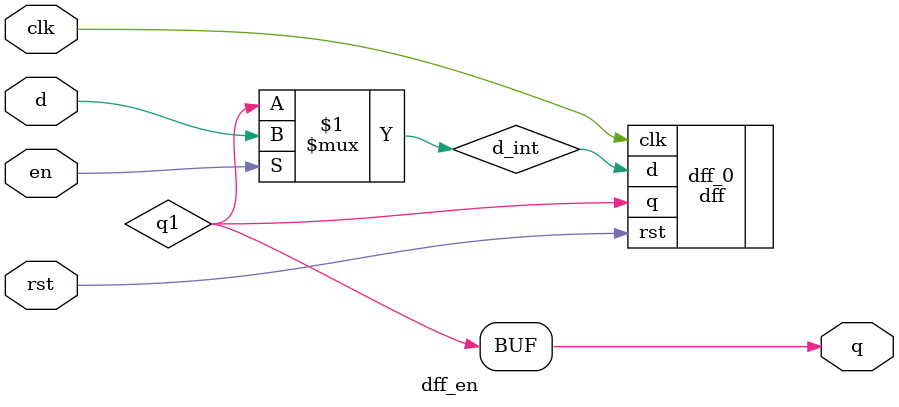
<source format=v>
module dff_en (q, d, en, clk, rst);

  output q;
  input d;
  input en;
  input clk;
  input rst;

  wire d_int, q1;

  assign d_int = en ? d : q1;
  assign q = q1;

  dff dff_0(.q(q1), .d(d_int), .clk(clk), .rst(rst));
  
endmodule

</source>
